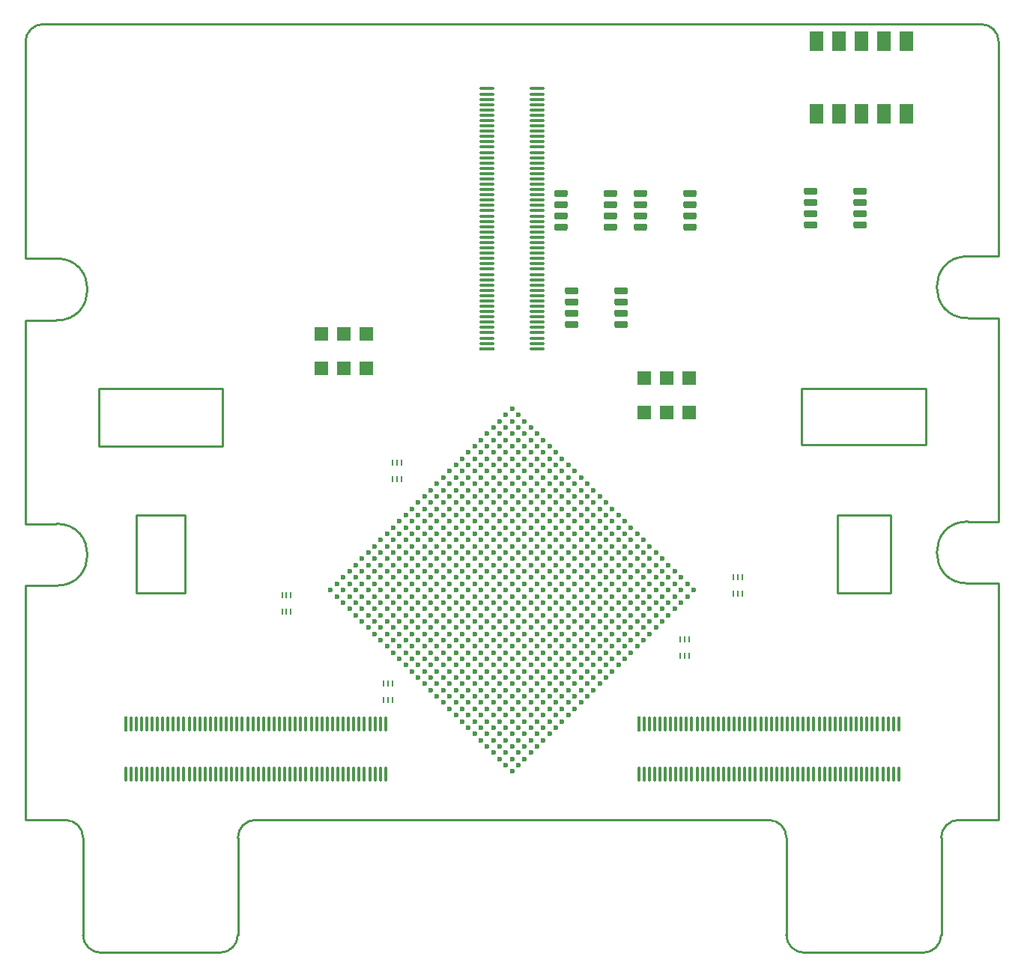
<source format=gtp>
*
*
G04 PADS 9.5 Build Number: 522968 generated Gerber (RS-274-X) file*
G04 PC Version=2.1*
*
%IN "fakeSCROD.pcb"*%
*
%MOIN*%
*
%FSLAX35Y35*%
*
*
*
*
G04 PC Standard Apertures*
*
*
G04 Thermal Relief Aperture macro.*
%AMTER*
1,1,$1,0,0*
1,0,$1-$2,0,0*
21,0,$3,$4,0,0,45*
21,0,$3,$4,0,0,135*
%
*
*
G04 Annular Aperture macro.*
%AMANN*
1,1,$1,0,0*
1,0,$2,0,0*
%
*
*
G04 Odd Aperture macro.*
%AMODD*
1,1,$1,0,0*
1,0,$1-0.005,0,0*
%
*
*
G04 PC Custom Aperture Macros*
*
*
*
*
*
*
G04 PC Aperture Table*
*
%ADD010C,0.001*%
%ADD013C,0.01*%
%ADD041C,0.02362*%
%ADD088R,0.06299X0.05906*%
%ADD089R,0.01378X0.06693*%
%ADD090O,0.01378X0.06693*%
%ADD091R,0.06693X0.01378*%
%ADD092O,0.06693X0.01378*%
%ADD261R,0.059X0.085*%
%ADD265R,0.00984X0.02953*%
*
*
*
*
G04 PC Circuitry*
G04 Layer Name fakeSCROD.pcb - circuitry*
%LPD*%
*
*
G04 PC Custom Flashes*
G04 Layer Name fakeSCROD.pcb - flashes*
%LPD*%
*
*
G04 PC Circuitry*
G04 Layer Name fakeSCROD.pcb - circuitry*
%LPD*%
*
G54D10*
G54D13*
G01X446736Y379345D02*
Y380931D01*
X446943Y381138*
X451529*
X451736Y380931*
Y379345*
X451529Y379138*
X446943*
X446736Y379345*
Y380000D02*
X451736D01*
X446806Y381000D02*
X451667D01*
X447000Y379138D02*
Y381138D01*
X448000Y379138D02*
Y381138D01*
X449000Y379138D02*
Y381138D01*
X450000Y379138D02*
Y381138D01*
X451000Y379138D02*
Y381138D01*
X446736Y374345D02*
Y375931D01*
X446943Y376138*
X451529*
X451736Y375931*
Y374345*
X451529Y374138*
X446943*
X446736Y374345*
Y375000D02*
X451736D01*
X446806Y376000D02*
X451667D01*
X447000Y374138D02*
Y376138D01*
X448000Y374138D02*
Y376138D01*
X449000Y374138D02*
Y376138D01*
X450000Y374138D02*
Y376138D01*
X451000Y374138D02*
Y376138D01*
X446736Y369345D02*
Y370931D01*
X446943Y371138*
X451529*
X451736Y370931*
Y369345*
X451529Y369138*
X446943*
X446736Y369345*
Y370000D02*
X451736D01*
X446806Y371000D02*
X451667D01*
X447000Y369138D02*
Y371138D01*
X448000Y369138D02*
Y371138D01*
X449000Y369138D02*
Y371138D01*
X450000Y369138D02*
Y371138D01*
X451000Y369138D02*
Y371138D01*
X446736Y364345D02*
Y365931D01*
X446943Y366138*
X451529*
X451736Y365931*
Y364345*
X451529Y364138*
X446943*
X446736Y364345*
Y365000D02*
X451736D01*
X446806Y366000D02*
X451667D01*
X447000Y364138D02*
Y366138D01*
X448000Y364138D02*
Y366138D01*
X449000Y364138D02*
Y366138D01*
X450000Y364138D02*
Y366138D01*
X451000Y364138D02*
Y366138D01*
X468736Y364345D02*
Y365931D01*
X468943Y366138*
X473529*
X473736Y365931*
Y364345*
X473529Y364138*
X468943*
X468736Y364345*
Y365000D02*
X473736D01*
X468806Y366000D02*
X473667D01*
X469000Y364138D02*
Y366138D01*
X470000Y364138D02*
Y366138D01*
X471000Y364138D02*
Y366138D01*
X472000Y364138D02*
Y366138D01*
X473000Y364138D02*
Y366138D01*
X468736Y369345D02*
Y370931D01*
X468943Y371138*
X473529*
X473736Y370931*
Y369345*
X473529Y369138*
X468943*
X468736Y369345*
Y370000D02*
X473736D01*
X468806Y371000D02*
X473667D01*
X469000Y369138D02*
Y371138D01*
X470000Y369138D02*
Y371138D01*
X471000Y369138D02*
Y371138D01*
X472000Y369138D02*
Y371138D01*
X473000Y369138D02*
Y371138D01*
X468736Y374345D02*
Y375931D01*
X468943Y376138*
X473529*
X473736Y375931*
Y374345*
X473529Y374138*
X468943*
X468736Y374345*
Y375000D02*
X473736D01*
X468806Y376000D02*
X473667D01*
X469000Y374138D02*
Y376138D01*
X470000Y374138D02*
Y376138D01*
X471000Y374138D02*
Y376138D01*
X472000Y374138D02*
Y376138D01*
X473000Y374138D02*
Y376138D01*
X468736Y379345D02*
Y380931D01*
X468943Y381138*
X473529*
X473736Y380931*
Y379345*
X473529Y379138*
X468943*
X468736Y379345*
Y380000D02*
X473736D01*
X468806Y381000D02*
X473667D01*
X469000Y379138D02*
Y381138D01*
X470000Y379138D02*
Y381138D01*
X471000Y379138D02*
Y381138D01*
X472000Y379138D02*
Y381138D01*
X473000Y379138D02*
Y381138D01*
X335516Y378361D02*
Y379946D01*
X335723Y380154*
X340309*
X340516Y379946*
Y378361*
X340309Y378154*
X335723*
X335516Y378361*
Y379000D02*
X340516D01*
X335569Y380000D02*
X340462D01*
X336000Y378154D02*
Y380154D01*
X337000Y378154D02*
Y380154D01*
X338000Y378154D02*
Y380154D01*
X339000Y378154D02*
Y380154D01*
X340000Y378154D02*
Y380154D01*
X335516Y373361D02*
Y374946D01*
X335723Y375154*
X340309*
X340516Y374946*
Y373361*
X340309Y373154*
X335723*
X335516Y373361*
Y374000D02*
X340516D01*
X335569Y375000D02*
X340462D01*
X336000Y373154D02*
Y375154D01*
X337000Y373154D02*
Y375154D01*
X338000Y373154D02*
Y375154D01*
X339000Y373154D02*
Y375154D01*
X340000Y373154D02*
Y375154D01*
X335516Y368361D02*
Y369946D01*
X335723Y370154*
X340309*
X340516Y369946*
Y368361*
X340309Y368154*
X335723*
X335516Y368361*
Y369000D02*
X340516D01*
X335569Y370000D02*
X340462D01*
X336000Y368154D02*
Y370154D01*
X337000Y368154D02*
Y370154D01*
X338000Y368154D02*
Y370154D01*
X339000Y368154D02*
Y370154D01*
X340000Y368154D02*
Y370154D01*
X335516Y363361D02*
Y364946D01*
X335723Y365154*
X340309*
X340516Y364946*
Y363361*
X340309Y363154*
X335723*
X335516Y363361*
Y364000D02*
X340516D01*
X335569Y365000D02*
X340462D01*
X336000Y363154D02*
Y365154D01*
X337000Y363154D02*
Y365154D01*
X338000Y363154D02*
Y365154D01*
X339000Y363154D02*
Y365154D01*
X340000Y363154D02*
Y365154D01*
X357516Y363361D02*
Y364946D01*
X357723Y365154*
X362309*
X362516Y364946*
Y363361*
X362309Y363154*
X357723*
X357516Y363361*
Y364000D02*
X362516D01*
X357569Y365000D02*
X362462D01*
X358000Y363154D02*
Y365154D01*
X359000Y363154D02*
Y365154D01*
X360000Y363154D02*
Y365154D01*
X361000Y363154D02*
Y365154D01*
X362000Y363154D02*
Y365154D01*
X357516Y368361D02*
Y369946D01*
X357723Y370154*
X362309*
X362516Y369946*
Y368361*
X362309Y368154*
X357723*
X357516Y368361*
Y369000D02*
X362516D01*
X357569Y370000D02*
X362462D01*
X358000Y368154D02*
Y370154D01*
X359000Y368154D02*
Y370154D01*
X360000Y368154D02*
Y370154D01*
X361000Y368154D02*
Y370154D01*
X362000Y368154D02*
Y370154D01*
X357516Y373361D02*
Y374946D01*
X357723Y375154*
X362309*
X362516Y374946*
Y373361*
X362309Y373154*
X357723*
X357516Y373361*
Y374000D02*
X362516D01*
X357569Y375000D02*
X362462D01*
X358000Y373154D02*
Y375154D01*
X359000Y373154D02*
Y375154D01*
X360000Y373154D02*
Y375154D01*
X361000Y373154D02*
Y375154D01*
X362000Y373154D02*
Y375154D01*
X357516Y378361D02*
Y379946D01*
X357723Y380154*
X362309*
X362516Y379946*
Y378361*
X362309Y378154*
X357723*
X357516Y378361*
Y379000D02*
X362516D01*
X357569Y380000D02*
X362462D01*
X358000Y378154D02*
Y380154D01*
X359000Y378154D02*
Y380154D01*
X360000Y378154D02*
Y380154D01*
X361000Y378154D02*
Y380154D01*
X362000Y378154D02*
Y380154D01*
X370949Y378361D02*
Y379946D01*
X371156Y380154*
X375742*
X375949Y379946*
Y378361*
X375742Y378154*
X371156*
X370949Y378361*
Y379000D02*
X375949D01*
X371002Y380000D02*
X375895D01*
X371000Y378309D02*
Y379998D01*
X372000Y378154D02*
Y380154D01*
X373000Y378154D02*
Y380154D01*
X374000Y378154D02*
Y380154D01*
X375000Y378154D02*
Y380154D01*
X370949Y373361D02*
Y374946D01*
X371156Y375154*
X375742*
X375949Y374946*
Y373361*
X375742Y373154*
X371156*
X370949Y373361*
Y374000D02*
X375949D01*
X371002Y375000D02*
X375895D01*
X371000Y373309D02*
Y374998D01*
X372000Y373154D02*
Y375154D01*
X373000Y373154D02*
Y375154D01*
X374000Y373154D02*
Y375154D01*
X375000Y373154D02*
Y375154D01*
X370949Y368361D02*
Y369946D01*
X371156Y370154*
X375742*
X375949Y369946*
Y368361*
X375742Y368154*
X371156*
X370949Y368361*
Y369000D02*
X375949D01*
X371002Y370000D02*
X375895D01*
X371000Y368309D02*
Y369998D01*
X372000Y368154D02*
Y370154D01*
X373000Y368154D02*
Y370154D01*
X374000Y368154D02*
Y370154D01*
X375000Y368154D02*
Y370154D01*
X370949Y363361D02*
Y364946D01*
X371156Y365154*
X375742*
X375949Y364946*
Y363361*
X375742Y363154*
X371156*
X370949Y363361*
Y364000D02*
X375949D01*
X371002Y365000D02*
X375895D01*
X371000Y363309D02*
Y364998D01*
X372000Y363154D02*
Y365154D01*
X373000Y363154D02*
Y365154D01*
X374000Y363154D02*
Y365154D01*
X375000Y363154D02*
Y365154D01*
X392949Y363361D02*
Y364946D01*
X393156Y365154*
X397742*
X397949Y364946*
Y363361*
X397742Y363154*
X393156*
X392949Y363361*
Y364000D02*
X397949D01*
X393002Y365000D02*
X397895D01*
X393000Y363309D02*
Y364998D01*
X394000Y363154D02*
Y365154D01*
X395000Y363154D02*
Y365154D01*
X396000Y363154D02*
Y365154D01*
X397000Y363154D02*
Y365154D01*
X392949Y368361D02*
Y369946D01*
X393156Y370154*
X397742*
X397949Y369946*
Y368361*
X397742Y368154*
X393156*
X392949Y368361*
Y369000D02*
X397949D01*
X393002Y370000D02*
X397895D01*
X393000Y368309D02*
Y369998D01*
X394000Y368154D02*
Y370154D01*
X395000Y368154D02*
Y370154D01*
X396000Y368154D02*
Y370154D01*
X397000Y368154D02*
Y370154D01*
X392949Y373361D02*
Y374946D01*
X393156Y375154*
X397742*
X397949Y374946*
Y373361*
X397742Y373154*
X393156*
X392949Y373361*
Y374000D02*
X397949D01*
X393002Y375000D02*
X397895D01*
X393000Y373309D02*
Y374998D01*
X394000Y373154D02*
Y375154D01*
X395000Y373154D02*
Y375154D01*
X396000Y373154D02*
Y375154D01*
X397000Y373154D02*
Y375154D01*
X392949Y378361D02*
Y379946D01*
X393156Y380154*
X397742*
X397949Y379946*
Y378361*
X397742Y378154*
X393156*
X392949Y378361*
Y379000D02*
X397949D01*
X393002Y380000D02*
X397895D01*
X393000Y378309D02*
Y379998D01*
X394000Y378154D02*
Y380154D01*
X395000Y378154D02*
Y380154D01*
X396000Y378154D02*
Y380154D01*
X397000Y378154D02*
Y380154D01*
X340437Y335054D02*
Y336639D01*
X340644Y336846*
X345230*
X345437Y336639*
Y335054*
X345230Y334846*
X340644*
X340437Y335054*
X340491Y335000D02*
X345383D01*
X340437Y336000D02*
X345437D01*
X341000Y334846D02*
Y336846D01*
X342000Y334846D02*
Y336846D01*
X343000Y334846D02*
Y336846D01*
X344000Y334846D02*
Y336846D01*
X345000Y334846D02*
Y336846D01*
X340437Y330054D02*
Y331639D01*
X340644Y331846*
X345230*
X345437Y331639*
Y330054*
X345230Y329846*
X340644*
X340437Y330054*
X340491Y330000D02*
X345383D01*
X340437Y331000D02*
X345437D01*
X341000Y329846D02*
Y331846D01*
X342000Y329846D02*
Y331846D01*
X343000Y329846D02*
Y331846D01*
X344000Y329846D02*
Y331846D01*
X345000Y329846D02*
Y331846D01*
X340437Y325054D02*
Y326639D01*
X340644Y326846*
X345230*
X345437Y326639*
Y325054*
X345230Y324846*
X340644*
X340437Y325054*
X340491Y325000D02*
X345383D01*
X340437Y326000D02*
X345437D01*
X341000Y324846D02*
Y326846D01*
X342000Y324846D02*
Y326846D01*
X343000Y324846D02*
Y326846D01*
X344000Y324846D02*
Y326846D01*
X345000Y324846D02*
Y326846D01*
X340437Y320054D02*
Y321639D01*
X340644Y321846*
X345230*
X345437Y321639*
Y320054*
X345230Y319846*
X340644*
X340437Y320054*
X340491Y320000D02*
X345383D01*
X340437Y321000D02*
X345437D01*
X341000Y319846D02*
Y321846D01*
X342000Y319846D02*
Y321846D01*
X343000Y319846D02*
Y321846D01*
X344000Y319846D02*
Y321846D01*
X345000Y319846D02*
Y321846D01*
X362437Y320054D02*
Y321639D01*
X362644Y321846*
X367230*
X367437Y321639*
Y320054*
X367230Y319846*
X362644*
X362437Y320054*
X362491Y320000D02*
X367383D01*
X362437Y321000D02*
X367437D01*
X363000Y319846D02*
Y321846D01*
X364000Y319846D02*
Y321846D01*
X365000Y319846D02*
Y321846D01*
X366000Y319846D02*
Y321846D01*
X367000Y319846D02*
Y321846D01*
X362437Y325054D02*
Y326639D01*
X362644Y326846*
X367230*
X367437Y326639*
Y325054*
X367230Y324846*
X362644*
X362437Y325054*
X362491Y325000D02*
X367383D01*
X362437Y326000D02*
X367437D01*
X363000Y324846D02*
Y326846D01*
X364000Y324846D02*
Y326846D01*
X365000Y324846D02*
Y326846D01*
X366000Y324846D02*
Y326846D01*
X367000Y324846D02*
Y326846D01*
X362437Y330054D02*
Y331639D01*
X362644Y331846*
X367230*
X367437Y331639*
Y330054*
X367230Y329846*
X362644*
X362437Y330054*
X362491Y330000D02*
X367383D01*
X362437Y331000D02*
X367437D01*
X363000Y329846D02*
Y331846D01*
X364000Y329846D02*
Y331846D01*
X365000Y329846D02*
Y331846D01*
X366000Y329846D02*
Y331846D01*
X367000Y329846D02*
Y331846D01*
X362437Y335054D02*
Y336639D01*
X362644Y336846*
X367230*
X367437Y336639*
Y335054*
X367230Y334846*
X362644*
X362437Y335054*
X362491Y335000D02*
X367383D01*
X362437Y336000D02*
X367437D01*
X363000Y334846D02*
Y336846D01*
X364000Y334846D02*
Y336846D01*
X365000Y334846D02*
Y336846D01*
X366000Y334846D02*
Y336846D01*
X367000Y334846D02*
Y336846D01*
X100000Y100000D02*
X117717D01*
X125591Y92126D02*
G75*
G03X117717Y100000I-7874J-0D01*
G01X125591Y92126D02*
Y48819D01*
G03X133465Y40945I7874J-0*
G01X186614*
G03X194488Y48819I0J7874*
G01Y92126*
X202362Y100000D02*
G03X194488Y92126I0J-7874D01*
G01X202362Y100000D02*
X430709D01*
X438583Y92126D02*
G03X430709Y100000I-7874J-0D01*
G01X438583Y92126D02*
Y48819D01*
G03X446457Y40945I7874J-0*
G01X499606*
G03X507480Y48819I0J7874*
G01Y92126*
X515354Y100000D02*
G03X507480Y92126I0J-7874D01*
G01X515354Y100000D02*
X533071D01*
Y205315*
X519291*
Y232874D02*
G03Y205315I0J-13780D01*
G01Y232874D02*
X533071D01*
Y323425*
X519291*
Y350984D02*
G03Y323425I0J-13779D01*
G01Y350984D02*
X533071D01*
Y446457*
G03X525197Y454331I-7874J-0*
G01X107874*
G03X100000Y446457I0J-7874*
G01Y350000*
X113780*
Y322441D02*
G03Y350000I-0J13779D01*
G01Y322441D02*
X100000D01*
Y231890*
X113780*
Y204331D02*
G03Y231890I-0J13779D01*
G01Y204331D02*
X100000D01*
Y100000*
X149213Y235827D02*
X170866D01*
Y201181*
X149213*
Y235827*
X461220D02*
X484843D01*
Y201181*
X461220*
Y235827*
X132480Y291929D02*
X187598D01*
Y266339*
X132480*
Y291929*
X445472Y266929D02*
X500591D01*
Y291929*
X445472*
Y266929*
G54D41*
X316535Y121630D03*
X313752Y124413D03*
X310968Y127197D03*
X308184Y129981D03*
X305400Y132765D03*
X302616Y135549D03*
X299832Y138333D03*
X297048Y141117D03*
X294264Y143901D03*
X291480Y146685D03*
X288697Y149468D03*
X285913Y152252D03*
X283129Y155036D03*
X280345Y157820D03*
X277561Y160604D03*
X274777Y163388D03*
X271993Y166172D03*
X269209Y168956D03*
X266426Y171739D03*
X263642Y174523D03*
X260858Y177307D03*
X258074Y180091D03*
X255290Y182875D03*
X252506Y185659D03*
X249722Y188443D03*
X246938Y191227D03*
X244154Y194011D03*
X241371Y196794D03*
X238587Y199578D03*
X235803Y202362D03*
X319319Y124413D03*
X316535Y127197D03*
X313752Y129981D03*
X310968Y132765D03*
X308184Y135549D03*
X305400Y138333D03*
X302616Y141117D03*
X299832Y143901D03*
X297048Y146685D03*
X294264Y149468D03*
X291480Y152252D03*
X288697Y155036D03*
X285913Y157820D03*
X283129Y160604D03*
X280345Y163388D03*
X277561Y166172D03*
X274777Y168956D03*
X271993Y171739D03*
X269209Y174523D03*
X266426Y177307D03*
X263642Y180091D03*
X260858Y182875D03*
X258074Y185659D03*
X255290Y188443D03*
X252506Y191227D03*
X249722Y194011D03*
X246938Y196794D03*
X244154Y199578D03*
X241371Y202362D03*
X238587Y205146D03*
X322103Y127197D03*
X319319Y129981D03*
X316535Y132765D03*
X313752Y135549D03*
X310968Y138333D03*
X308184Y141117D03*
X305400Y143901D03*
X302616Y146685D03*
X299832Y149468D03*
X297048Y152252D03*
X294264Y155036D03*
X291480Y157820D03*
X288697Y160604D03*
X285913Y163388D03*
X283129Y166172D03*
X280345Y168956D03*
X277561Y171739D03*
X274777Y174523D03*
X271993Y177307D03*
X269209Y180091D03*
X266426Y182875D03*
X263642Y185659D03*
X260858Y188443D03*
X258074Y191227D03*
X255290Y194011D03*
X252506Y196794D03*
X249722Y199578D03*
X246938Y202362D03*
X244154Y205146D03*
X241371Y207930D03*
X324887Y129981D03*
X322103Y132765D03*
X319319Y135549D03*
X316535Y138333D03*
X313752Y141117D03*
X310968Y143901D03*
X308184Y146685D03*
X305400Y149468D03*
X302616Y152252D03*
X299832Y155036D03*
X297048Y157820D03*
X294264Y160604D03*
X291480Y163388D03*
X288697Y166172D03*
X285913Y168956D03*
X283129Y171739D03*
X280345Y174523D03*
X277561Y177307D03*
X274777Y180091D03*
X271993Y182875D03*
X269209Y185659D03*
X266426Y188443D03*
X263642Y191227D03*
X260858Y194011D03*
X258074Y196794D03*
X255290Y199578D03*
X252506Y202362D03*
X249722Y205146D03*
X246938Y207930D03*
X244154Y210714D03*
X327671Y132765D03*
X324887Y135549D03*
X322103Y138333D03*
X319319Y141117D03*
X316535Y143901D03*
X313752Y146685D03*
X310968Y149468D03*
X308184Y152252D03*
X305400Y155036D03*
X302616Y157820D03*
X299832Y160604D03*
X297048Y163388D03*
X294264Y166172D03*
X291480Y168956D03*
X288697Y171739D03*
X285913Y174523D03*
X283129Y177307D03*
X280345Y180091D03*
X277561Y182875D03*
X274777Y185659D03*
X271993Y188443D03*
X269209Y191227D03*
X266426Y194011D03*
X263642Y196794D03*
X260858Y199578D03*
X258074Y202362D03*
X255290Y205146D03*
X252506Y207930D03*
X249722Y210714D03*
X246938Y213498D03*
X330455Y135549D03*
X327671Y138333D03*
X324887Y141117D03*
X322103Y143901D03*
X319319Y146685D03*
X316535Y149468D03*
X313752Y152252D03*
X310968Y155036D03*
X308184Y157820D03*
X305400Y160604D03*
X302616Y163388D03*
X299832Y166172D03*
X297048Y168956D03*
X294264Y171739D03*
X291480Y174523D03*
X288697Y177307D03*
X285913Y180091D03*
X283129Y182875D03*
X280345Y185659D03*
X277561Y188443D03*
X274777Y191227D03*
X271993Y194011D03*
X269209Y196794D03*
X266426Y199578D03*
X263642Y202362D03*
X260858Y205146D03*
X258074Y207930D03*
X255290Y210714D03*
X252506Y213498D03*
X249722Y216282D03*
X333239Y138333D03*
X330455Y141117D03*
X327671Y143901D03*
X324887Y146685D03*
X322103Y149468D03*
X319319Y152252D03*
X316535Y155036D03*
X313752Y157820D03*
X310968Y160604D03*
X308184Y163388D03*
X305400Y166172D03*
X302616Y168956D03*
X299832Y171739D03*
X297048Y174523D03*
X294264Y177307D03*
X291480Y180091D03*
X288697Y182875D03*
X285913Y185659D03*
X283129Y188443D03*
X280345Y191227D03*
X277561Y194011D03*
X274777Y196794D03*
X271993Y199578D03*
X269209Y202362D03*
X266426Y205146D03*
X263642Y207930D03*
X260858Y210714D03*
X258074Y213498D03*
X255290Y216282D03*
X252506Y219066D03*
X336023Y141117D03*
X333239Y143901D03*
X330455Y146685D03*
X327671Y149468D03*
X324887Y152252D03*
X322103Y155036D03*
X319319Y157820D03*
X316535Y160604D03*
X313752Y163388D03*
X310968Y166172D03*
X308184Y168956D03*
X305400Y171739D03*
X302616Y174523D03*
X299832Y177307D03*
X297048Y180091D03*
X294264Y182875D03*
X291480Y185659D03*
X288697Y188443D03*
X285913Y191227D03*
X283129Y194011D03*
X280345Y196794D03*
X277561Y199578D03*
X274777Y202362D03*
X271993Y205146D03*
X269209Y207930D03*
X266426Y210714D03*
X263642Y213498D03*
X260858Y216282D03*
X258074Y219066D03*
X255290Y221849D03*
X338807Y143901D03*
X336023Y146685D03*
X333239Y149468D03*
X330455Y152252D03*
X327671Y155036D03*
X324887Y157820D03*
X322103Y160604D03*
X319319Y163388D03*
X316535Y166172D03*
X313752Y168956D03*
X310968Y171739D03*
X308184Y174523D03*
X305400Y177307D03*
X302616Y180091D03*
X299832Y182875D03*
X297048Y185659D03*
X294264Y188443D03*
X291480Y191227D03*
X288697Y194011D03*
X285913Y196794D03*
X283129Y199578D03*
X280345Y202362D03*
X277561Y205146D03*
X274777Y207930D03*
X271993Y210714D03*
X269209Y213498D03*
X266426Y216282D03*
X263642Y219066D03*
X260858Y221849D03*
X258074Y224633D03*
X341590Y146685D03*
X338807Y149468D03*
X336023Y152252D03*
X333239Y155036D03*
X330455Y157820D03*
X327671Y160604D03*
X324887Y163388D03*
X322103Y166172D03*
X319319Y168956D03*
X316535Y171739D03*
X313752Y174523D03*
X310968Y177307D03*
X308184Y180091D03*
X305400Y182875D03*
X302616Y185659D03*
X299832Y188443D03*
X297048Y191227D03*
X294264Y194011D03*
X291480Y196794D03*
X288697Y199578D03*
X285913Y202362D03*
X283129Y205146D03*
X280345Y207930D03*
X277561Y210714D03*
X274777Y213498D03*
X271993Y216282D03*
X269209Y219066D03*
X266426Y221849D03*
X263642Y224633D03*
X260858Y227417D03*
X344374Y149468D03*
X341590Y152252D03*
X338807Y155036D03*
X336023Y157820D03*
X333239Y160604D03*
X330455Y163388D03*
X327671Y166172D03*
X324887Y168956D03*
X322103Y171739D03*
X319319Y174523D03*
X316535Y177307D03*
X313752Y180091D03*
X310968Y182875D03*
X308184Y185659D03*
X305400Y188443D03*
X302616Y191227D03*
X299832Y194011D03*
X297048Y196794D03*
X294264Y199578D03*
X291480Y202362D03*
X288697Y205146D03*
X285913Y207930D03*
X283129Y210714D03*
X280345Y213498D03*
X277561Y216282D03*
X274777Y219066D03*
X271993Y221849D03*
X269209Y224633D03*
X266426Y227417D03*
X263642Y230201D03*
X347158Y152252D03*
X344374Y155036D03*
X341590Y157820D03*
X338807Y160604D03*
X336023Y163388D03*
X333239Y166172D03*
X330455Y168956D03*
X327671Y171739D03*
X324887Y174523D03*
X322103Y177307D03*
X319319Y180091D03*
X316535Y182875D03*
X313752Y185659D03*
X310968Y188443D03*
X308184Y191227D03*
X305400Y194011D03*
X302616Y196794D03*
X299832Y199578D03*
X297048Y202362D03*
X294264Y205146D03*
X291480Y207930D03*
X288697Y210714D03*
X285913Y213498D03*
X283129Y216282D03*
X280345Y219066D03*
X277561Y221849D03*
X274777Y224633D03*
X271993Y227417D03*
X269209Y230201D03*
X266426Y232985D03*
X349942Y155036D03*
X347158Y157820D03*
X344374Y160604D03*
X341590Y163388D03*
X338807Y166172D03*
X336023Y168956D03*
X333239Y171739D03*
X330455Y174523D03*
X327671Y177307D03*
X324887Y180091D03*
X322103Y182875D03*
X319319Y185659D03*
X316535Y188443D03*
X313752Y191227D03*
X310968Y194011D03*
X308184Y196794D03*
X305400Y199578D03*
X302616Y202362D03*
X299832Y205146D03*
X297048Y207930D03*
X294264Y210714D03*
X291480Y213498D03*
X288697Y216282D03*
X285913Y219066D03*
X283129Y221849D03*
X280345Y224633D03*
X277561Y227417D03*
X274777Y230201D03*
X271993Y232985D03*
X269209Y235769D03*
X352726Y157820D03*
X349942Y160604D03*
X347158Y163388D03*
X344374Y166172D03*
X341590Y168956D03*
X338807Y171739D03*
X336023Y174523D03*
X333239Y177307D03*
X330455Y180091D03*
X327671Y182875D03*
X324887Y185659D03*
X322103Y188443D03*
X319319Y191227D03*
X316535Y194011D03*
X313752Y196794D03*
X310968Y199578D03*
X308184Y202362D03*
X305400Y205146D03*
X302616Y207930D03*
X299832Y210714D03*
X297048Y213498D03*
X294264Y216282D03*
X291480Y219066D03*
X288697Y221849D03*
X285913Y224633D03*
X283129Y227417D03*
X280345Y230201D03*
X277561Y232985D03*
X274777Y235769D03*
X271993Y238553D03*
X355510Y160604D03*
X352726Y163388D03*
X349942Y166172D03*
X347158Y168956D03*
X344374Y171739D03*
X341590Y174523D03*
X338807Y177307D03*
X336023Y180091D03*
X333239Y182875D03*
X330455Y185659D03*
X327671Y188443D03*
X324887Y191227D03*
X322103Y194011D03*
X319319Y196794D03*
X316535Y199578D03*
X313752Y202362D03*
X310968Y205146D03*
X308184Y207930D03*
X305400Y210714D03*
X302616Y213498D03*
X299832Y216282D03*
X297048Y219066D03*
X294264Y221849D03*
X291480Y224633D03*
X288697Y227417D03*
X285913Y230201D03*
X283129Y232985D03*
X280345Y235769D03*
X277561Y238553D03*
X274777Y241337D03*
X358294Y163388D03*
X355510Y166172D03*
X352726Y168956D03*
X349942Y171739D03*
X347158Y174523D03*
X344374Y177307D03*
X341590Y180091D03*
X338807Y182875D03*
X336023Y185659D03*
X333239Y188443D03*
X330455Y191227D03*
X327671Y194011D03*
X324887Y196794D03*
X322103Y199578D03*
X319319Y202362D03*
X316535Y205146D03*
X313752Y207930D03*
X310968Y210714D03*
X308184Y213498D03*
X305400Y216282D03*
X302616Y219066D03*
X299832Y221849D03*
X297048Y224633D03*
X294264Y227417D03*
X291480Y230201D03*
X288697Y232985D03*
X285913Y235769D03*
X283129Y238553D03*
X280345Y241337D03*
X277561Y244120D03*
X361078Y166172D03*
X358294Y168956D03*
X355510Y171739D03*
X352726Y174523D03*
X349942Y177307D03*
X347158Y180091D03*
X344374Y182875D03*
X341590Y185659D03*
X338807Y188443D03*
X336023Y191227D03*
X333239Y194011D03*
X330455Y196794D03*
X327671Y199578D03*
X324887Y202362D03*
X322103Y205146D03*
X319319Y207930D03*
X316535Y210714D03*
X313752Y213498D03*
X310968Y216282D03*
X308184Y219066D03*
X305400Y221849D03*
X302616Y224633D03*
X299832Y227417D03*
X297048Y230201D03*
X294264Y232985D03*
X291480Y235769D03*
X288697Y238553D03*
X285913Y241337D03*
X283129Y244120D03*
X280345Y246904D03*
X363861Y168956D03*
X361078Y171739D03*
X358294Y174523D03*
X355510Y177307D03*
X352726Y180091D03*
X349942Y182875D03*
X347158Y185659D03*
X344374Y188443D03*
X341590Y191227D03*
X338807Y194011D03*
X336023Y196794D03*
X333239Y199578D03*
X330455Y202362D03*
X327671Y205146D03*
X324887Y207930D03*
X322103Y210714D03*
X319319Y213498D03*
X316535Y216282D03*
X313752Y219066D03*
X310968Y221849D03*
X308184Y224633D03*
X305400Y227417D03*
X302616Y230201D03*
X299832Y232985D03*
X297048Y235769D03*
X294264Y238553D03*
X291480Y241337D03*
X288697Y244120D03*
X285913Y246904D03*
X283129Y249688D03*
X366645Y171739D03*
X363861Y174523D03*
X361078Y177307D03*
X358294Y180091D03*
X355510Y182875D03*
X352726Y185659D03*
X349942Y188443D03*
X347158Y191227D03*
X344374Y194011D03*
X341590Y196794D03*
X338807Y199578D03*
X336023Y202362D03*
X333239Y205146D03*
X330455Y207930D03*
X327671Y210714D03*
X324887Y213498D03*
X322103Y216282D03*
X319319Y219066D03*
X316535Y221849D03*
X313752Y224633D03*
X310968Y227417D03*
X308184Y230201D03*
X305400Y232985D03*
X302616Y235769D03*
X299832Y238553D03*
X297048Y241337D03*
X294264Y244120D03*
X291480Y246904D03*
X288697Y249688D03*
X285913Y252472D03*
X369429Y174523D03*
X366645Y177307D03*
X363861Y180091D03*
X361078Y182875D03*
X358294Y185659D03*
X355510Y188443D03*
X352726Y191227D03*
X349942Y194011D03*
X347158Y196794D03*
X344374Y199578D03*
X341590Y202362D03*
X338807Y205146D03*
X336023Y207930D03*
X333239Y210714D03*
X330455Y213498D03*
X327671Y216282D03*
X324887Y219066D03*
X322103Y221849D03*
X319319Y224633D03*
X316535Y227417D03*
X313752Y230201D03*
X310968Y232985D03*
X308184Y235769D03*
X305400Y238553D03*
X302616Y241337D03*
X299832Y244120D03*
X297048Y246904D03*
X294264Y249688D03*
X291480Y252472D03*
X288697Y255256D03*
X372213Y177307D03*
X369429Y180091D03*
X366645Y182875D03*
X363861Y185659D03*
X361078Y188443D03*
X358294Y191227D03*
X355510Y194011D03*
X352726Y196794D03*
X349942Y199578D03*
X347158Y202362D03*
X344374Y205146D03*
X341590Y207930D03*
X338807Y210714D03*
X336023Y213498D03*
X333239Y216282D03*
X330455Y219066D03*
X327671Y221849D03*
X324887Y224633D03*
X322103Y227417D03*
X319319Y230201D03*
X316535Y232985D03*
X313752Y235769D03*
X310968Y238553D03*
X308184Y241337D03*
X305400Y244120D03*
X302616Y246904D03*
X299832Y249688D03*
X297048Y252472D03*
X294264Y255256D03*
X291480Y258040D03*
X374997Y180091D03*
X372213Y182875D03*
X369429Y185659D03*
X366645Y188443D03*
X363861Y191227D03*
X361078Y194011D03*
X358294Y196794D03*
X355510Y199578D03*
X352726Y202362D03*
X349942Y205146D03*
X347158Y207930D03*
X344374Y210714D03*
X341590Y213498D03*
X338807Y216282D03*
X336023Y219066D03*
X333239Y221849D03*
X330455Y224633D03*
X327671Y227417D03*
X324887Y230201D03*
X322103Y232985D03*
X319319Y235769D03*
X316535Y238553D03*
X313752Y241337D03*
X310968Y244120D03*
X308184Y246904D03*
X305400Y249688D03*
X302616Y252472D03*
X299832Y255256D03*
X297048Y258040D03*
X294264Y260824D03*
X377781Y182875D03*
X374997Y185659D03*
X372213Y188443D03*
X369429Y191227D03*
X366645Y194011D03*
X363861Y196794D03*
X361078Y199578D03*
X358294Y202362D03*
X355510Y205146D03*
X352726Y207930D03*
X349942Y210714D03*
X347158Y213498D03*
X344374Y216282D03*
X341590Y219066D03*
X338807Y221849D03*
X336023Y224633D03*
X333239Y227417D03*
X330455Y230201D03*
X327671Y232985D03*
X324887Y235769D03*
X322103Y238553D03*
X319319Y241337D03*
X316535Y244120D03*
X313752Y246904D03*
X310968Y249688D03*
X308184Y252472D03*
X305400Y255256D03*
X302616Y258040D03*
X299832Y260824D03*
X297048Y263608D03*
X380565Y185659D03*
X377781Y188443D03*
X374997Y191227D03*
X372213Y194011D03*
X369429Y196794D03*
X366645Y199578D03*
X363861Y202362D03*
X361078Y205146D03*
X358294Y207930D03*
X355510Y210714D03*
X352726Y213498D03*
X349942Y216282D03*
X347158Y219066D03*
X344374Y221849D03*
X341590Y224633D03*
X338807Y227417D03*
X336023Y230201D03*
X333239Y232985D03*
X330455Y235769D03*
X327671Y238553D03*
X324887Y241337D03*
X322103Y244120D03*
X319319Y246904D03*
X316535Y249688D03*
X313752Y252472D03*
X310968Y255256D03*
X308184Y258040D03*
X305400Y260824D03*
X302616Y263608D03*
X299832Y266392D03*
X383349Y188443D03*
X380565Y191227D03*
X377781Y194011D03*
X374997Y196794D03*
X372213Y199578D03*
X369429Y202362D03*
X366645Y205146D03*
X363861Y207930D03*
X361078Y210714D03*
X358294Y213498D03*
X355510Y216282D03*
X352726Y219066D03*
X349942Y221849D03*
X347158Y224633D03*
X344374Y227417D03*
X341590Y230201D03*
X338807Y232985D03*
X336023Y235769D03*
X333239Y238553D03*
X330455Y241337D03*
X327671Y244120D03*
X324887Y246904D03*
X322103Y249688D03*
X319319Y252472D03*
X316535Y255256D03*
X313752Y258040D03*
X310968Y260824D03*
X308184Y263608D03*
X305400Y266392D03*
X302616Y269175D03*
X386133Y191227D03*
X383349Y194011D03*
X380565Y196794D03*
X377781Y199578D03*
X374997Y202362D03*
X372213Y205146D03*
X369429Y207930D03*
X366645Y210714D03*
X363861Y213498D03*
X361078Y216282D03*
X358294Y219066D03*
X355510Y221849D03*
X352726Y224633D03*
X349942Y227417D03*
X347158Y230201D03*
X344374Y232985D03*
X341590Y235769D03*
X338807Y238553D03*
X336023Y241337D03*
X333239Y244120D03*
X330455Y246904D03*
X327671Y249688D03*
X324887Y252472D03*
X322103Y255256D03*
X319319Y258040D03*
X316535Y260824D03*
X313752Y263608D03*
X310968Y266392D03*
X308184Y269175D03*
X305400Y271959D03*
X388916Y194011D03*
X386133Y196794D03*
X383349Y199578D03*
X380565Y202362D03*
X377781Y205146D03*
X374997Y207930D03*
X372213Y210714D03*
X369429Y213498D03*
X366645Y216282D03*
X363861Y219066D03*
X361078Y221849D03*
X358294Y224633D03*
X355510Y227417D03*
X352726Y230201D03*
X349942Y232985D03*
X347158Y235769D03*
X344374Y238553D03*
X341590Y241337D03*
X338807Y244120D03*
X336023Y246904D03*
X333239Y249688D03*
X330455Y252472D03*
X327671Y255256D03*
X324887Y258040D03*
X322103Y260824D03*
X319319Y263608D03*
X316535Y266392D03*
X313752Y269175D03*
X310968Y271959D03*
X308184Y274743D03*
X391700Y196794D03*
X388916Y199578D03*
X386133Y202362D03*
X383349Y205146D03*
X380565Y207930D03*
X377781Y210714D03*
X374997Y213498D03*
X372213Y216282D03*
X369429Y219066D03*
X366645Y221849D03*
X363861Y224633D03*
X361078Y227417D03*
X358294Y230201D03*
X355510Y232985D03*
X352726Y235769D03*
X349942Y238553D03*
X347158Y241337D03*
X344374Y244120D03*
X341590Y246904D03*
X338807Y249688D03*
X336023Y252472D03*
X333239Y255256D03*
X330455Y258040D03*
X327671Y260824D03*
X324887Y263608D03*
X322103Y266392D03*
X319319Y269175D03*
X316535Y271959D03*
X313752Y274743D03*
X310968Y277527D03*
X394484Y199578D03*
X391700Y202362D03*
X388916Y205146D03*
X386133Y207930D03*
X383349Y210714D03*
X380565Y213498D03*
X377781Y216282D03*
X374997Y219066D03*
X372213Y221849D03*
X369429Y224633D03*
X366645Y227417D03*
X363861Y230201D03*
X361078Y232985D03*
X358294Y235769D03*
X355510Y238553D03*
X352726Y241337D03*
X349942Y244120D03*
X347158Y246904D03*
X344374Y249688D03*
X341590Y252472D03*
X338807Y255256D03*
X336023Y258040D03*
X333239Y260824D03*
X330455Y263608D03*
X327671Y266392D03*
X324887Y269175D03*
X322103Y271959D03*
X319319Y274743D03*
X316535Y277527D03*
X313752Y280311D03*
X397268Y202362D03*
X394484Y205146D03*
X391700Y207930D03*
X388916Y210714D03*
X386133Y213498D03*
X383349Y216282D03*
X380565Y219066D03*
X377781Y221849D03*
X374997Y224633D03*
X372213Y227417D03*
X369429Y230201D03*
X366645Y232985D03*
X363861Y235769D03*
X361078Y238553D03*
X358294Y241337D03*
X355510Y244120D03*
X352726Y246904D03*
X349942Y249688D03*
X347158Y252472D03*
X344374Y255256D03*
X341590Y258040D03*
X338807Y260824D03*
X336023Y263608D03*
X333239Y266392D03*
X330455Y269175D03*
X327671Y271959D03*
X324887Y274743D03*
X322103Y277527D03*
X319319Y280311D03*
X316535Y283095D03*
G54D88*
X375433Y281299D03*
X385433D03*
X395433D03*
Y296654D03*
X385433D03*
X375433D03*
X231732Y300984D03*
X241732D03*
X251732D03*
Y316339D03*
X241732D03*
X231732D03*
G54D89*
X144488Y142717D03*
X372835D03*
G54D90*
X146850D03*
X149213D03*
X151575D03*
X153937D03*
X156299D03*
X158661D03*
X161024D03*
X163386D03*
X165748D03*
X168110D03*
X170472D03*
X172835D03*
X175197D03*
X177559D03*
X179921D03*
X182283D03*
X184646D03*
X187008D03*
X189370D03*
X191732D03*
X194094D03*
X196457D03*
X198819D03*
X201181D03*
X203543D03*
X205906D03*
X208268D03*
X210630D03*
X212992D03*
X215354D03*
X217717D03*
X220079D03*
X222441D03*
X224803D03*
X227165D03*
X229528D03*
X231890D03*
X234252D03*
X236614D03*
X238976D03*
X241339D03*
X243701D03*
X246063D03*
X248425D03*
X250787D03*
X253150D03*
X255512D03*
X257874D03*
X260236D03*
Y120276D03*
X257874D03*
X255512D03*
X253150D03*
X250787D03*
X248425D03*
X246063D03*
X243701D03*
X241339D03*
X238976D03*
X236614D03*
X234252D03*
X231890D03*
X229528D03*
X227165D03*
X224803D03*
X222441D03*
X220079D03*
X217717D03*
X215354D03*
X212992D03*
X210630D03*
X208268D03*
X205906D03*
X203543D03*
X201181D03*
X198819D03*
X196457D03*
X194094D03*
X191732D03*
X189370D03*
X187008D03*
X184646D03*
X182283D03*
X179921D03*
X177559D03*
X175197D03*
X172835D03*
X170472D03*
X168110D03*
X165748D03*
X163386D03*
X161024D03*
X158661D03*
X156299D03*
X153937D03*
X151575D03*
X149213D03*
X146850D03*
X144488D03*
X375197Y142717D03*
X377559D03*
X379921D03*
X382283D03*
X384646D03*
X387008D03*
X389370D03*
X391732D03*
X394094D03*
X396457D03*
X398819D03*
X401181D03*
X403543D03*
X405906D03*
X408268D03*
X410630D03*
X412992D03*
X415354D03*
X417717D03*
X420079D03*
X422441D03*
X424803D03*
X427165D03*
X429528D03*
X431890D03*
X434252D03*
X436614D03*
X438976D03*
X441339D03*
X443701D03*
X446063D03*
X448425D03*
X450787D03*
X453150D03*
X455512D03*
X457874D03*
X460236D03*
X462598D03*
X464961D03*
X467323D03*
X469685D03*
X472047D03*
X474409D03*
X476772D03*
X479134D03*
X481496D03*
X483858D03*
X486220D03*
X488583D03*
Y120276D03*
X486220D03*
X483858D03*
X481496D03*
X479134D03*
X476772D03*
X474409D03*
X472047D03*
X469685D03*
X467323D03*
X464961D03*
X462598D03*
X460236D03*
X457874D03*
X455512D03*
X453150D03*
X450787D03*
X448425D03*
X446063D03*
X443701D03*
X441339D03*
X438976D03*
X436614D03*
X434252D03*
X431890D03*
X429528D03*
X427165D03*
X424803D03*
X422441D03*
X420079D03*
X417717D03*
X415354D03*
X412992D03*
X410630D03*
X408268D03*
X405906D03*
X403543D03*
X401181D03*
X398819D03*
X396457D03*
X394094D03*
X391732D03*
X389370D03*
X387008D03*
X384646D03*
X382283D03*
X379921D03*
X377559D03*
X375197D03*
X372835D03*
G54D91*
X305315Y309843D03*
G54D92*
Y312205D03*
Y314567D03*
Y316929D03*
Y319291D03*
Y321654D03*
Y324016D03*
Y326378D03*
Y328740D03*
Y331102D03*
Y333465D03*
Y335827D03*
Y338189D03*
Y340551D03*
Y342913D03*
Y345276D03*
Y347638D03*
Y350000D03*
Y352362D03*
Y354724D03*
Y357087D03*
Y359449D03*
Y361811D03*
Y364173D03*
Y366535D03*
Y368898D03*
Y371260D03*
Y373622D03*
Y375984D03*
Y378346D03*
Y380709D03*
Y383071D03*
Y385433D03*
Y387795D03*
Y390157D03*
Y392520D03*
Y394882D03*
Y397244D03*
Y399606D03*
Y401969D03*
Y404331D03*
Y406693D03*
Y409055D03*
Y411417D03*
Y413780D03*
Y416142D03*
Y418504D03*
Y420866D03*
Y423228D03*
Y425591D03*
X327756D03*
Y423228D03*
Y420866D03*
Y418504D03*
Y416142D03*
Y413780D03*
Y411417D03*
Y409055D03*
Y406693D03*
Y404331D03*
Y401969D03*
Y399606D03*
Y397244D03*
Y394882D03*
Y392520D03*
Y390157D03*
Y387795D03*
Y385433D03*
Y383071D03*
Y380709D03*
Y378346D03*
Y375984D03*
Y373622D03*
Y371260D03*
Y368898D03*
Y366535D03*
Y364173D03*
Y361811D03*
Y359449D03*
Y357087D03*
Y354724D03*
Y352362D03*
Y350000D03*
Y347638D03*
Y345276D03*
Y342913D03*
Y340551D03*
Y338189D03*
Y335827D03*
Y333465D03*
Y331102D03*
Y328740D03*
Y326378D03*
Y324016D03*
Y321654D03*
Y319291D03*
Y316929D03*
Y314567D03*
Y312205D03*
Y309843D03*
G54D261*
X492047Y446909D03*
X482047D03*
X472047D03*
X462047D03*
X452047D03*
Y414509D03*
X462047D03*
X472047D03*
X482047D03*
X492047D03*
G54D265*
X214173Y192815D03*
X216142D03*
X218110D03*
Y200098D03*
X216142D03*
X214173D03*
X259449Y153445D03*
X261417D03*
X263386D03*
Y160728D03*
X261417D03*
X259449D03*
X391339Y173130D03*
X393307D03*
X395276D03*
Y180413D03*
X393307D03*
X391339D03*
X263386Y251870D03*
X265354D03*
X267323D03*
Y259154D03*
X265354D03*
X263386D03*
X414961Y200689D03*
X416929D03*
X418898D03*
Y207972D03*
X416929D03*
X414961D03*
G74*
X0Y0D02*
M02*

</source>
